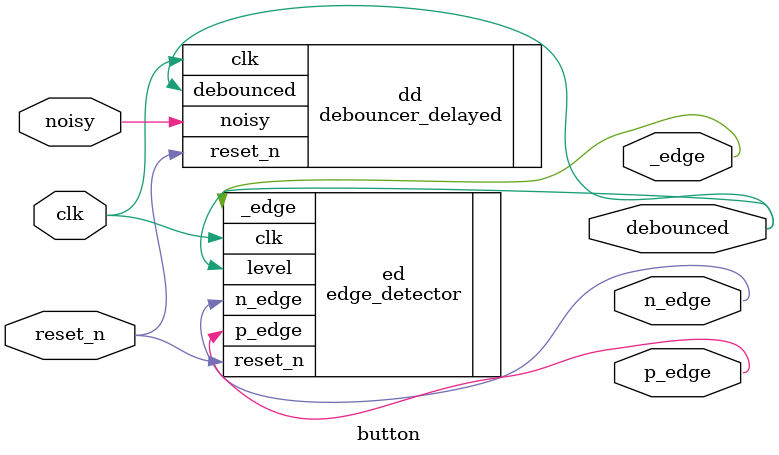
<source format=v>
module button(
    input clk, reset_n,
    input noisy,
    output debounced,
    output p_edge, n_edge, _edge
);

debouncer_delayed dd (
	.clk(clk),
   .reset_n(reset_n),
	.noisy(noisy),
	.debounced(debounced)

);

edge_detector ed (

	.clk(clk),
   .reset_n(reset_n),
	.level(debounced),
	.p_edge(p_edge),
   .n_edge(n_edge),
	._edge(_edge)

);

endmodule
</source>
